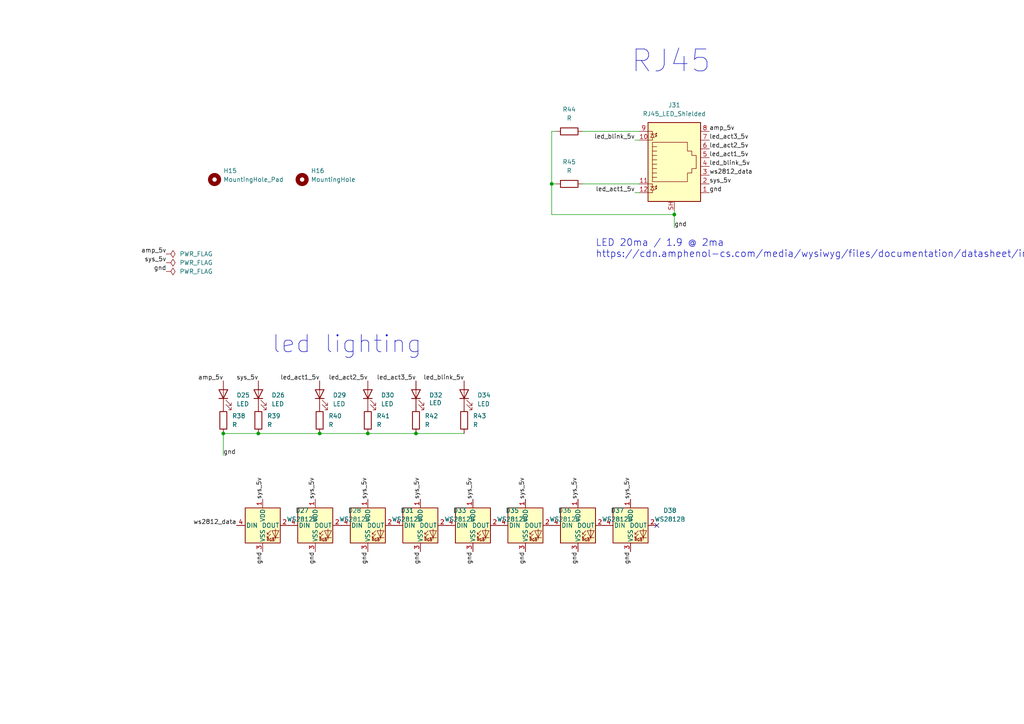
<source format=kicad_sch>
(kicad_sch (version 20211123) (generator eeschema)
  (paper "A4")
  (lib_symbols
    (symbol "Connector:RJ45_LED_Shielded" (pin_names (offset 1.016))
      (property "Reference" "J" (at -5.08 13.97 0))
      (property "Value" "RJ45_LED_Shielded" (at 1.27 13.97 0))
      (symbol "RJ45_LED_Shielded_0_1"
        (polyline (pts (xy -7.62 -7.62) (xy -6.35 -7.62)))
        (polyline (pts (xy -7.62 -5.08) (xy -6.35 -5.08)))
        (polyline (pts (xy -7.62 7.62) (xy -6.35 7.62)))
        (polyline (pts (xy -7.62 10.16) (xy -6.35 10.16)))
        (polyline (pts (xy -6.858 -5.842) (xy -5.842 -5.842)))
        (polyline (pts (xy -6.858 9.398) (xy -5.842 9.398)))
        (polyline (pts (xy -6.35 -7.62) (xy -6.35 -6.858)))
        (polyline (pts (xy -6.35 -5.08) (xy -6.35 -5.842)))
        (polyline (pts (xy -6.35 7.62) (xy -6.35 8.382)))
        (polyline (pts (xy -6.35 10.16) (xy -6.35 9.398)))
        (polyline (pts (xy -5.08 -6.223) (xy -5.207 -6.604)))
        (polyline (pts (xy -5.08 -5.588) (xy -5.207 -5.969)))
        (polyline (pts (xy -5.08 4.445) (xy -6.35 4.445)))
        (polyline (pts (xy -5.08 5.715) (xy -6.35 5.715)))
        (polyline (pts (xy -5.08 9.017) (xy -5.207 8.636)))
        (polyline (pts (xy -5.08 9.652) (xy -5.207 9.271)))
        (polyline (pts (xy -6.35 -3.175) (xy -5.08 -3.175) (xy -5.08 -3.175)))
        (polyline (pts (xy -6.35 -1.905) (xy -5.08 -1.905) (xy -5.08 -1.905)))
        (polyline (pts (xy -6.35 -0.635) (xy -5.08 -0.635) (xy -5.08 -0.635)))
        (polyline (pts (xy -6.35 0.635) (xy -5.08 0.635) (xy -5.08 0.635)))
        (polyline (pts (xy -6.35 1.905) (xy -5.08 1.905) (xy -5.08 1.905)))
        (polyline (pts (xy -5.588 -6.731) (xy -5.08 -6.223) (xy -5.461 -6.35)))
        (polyline (pts (xy -5.588 -6.096) (xy -5.08 -5.588) (xy -5.461 -5.715)))
        (polyline (pts (xy -5.588 8.509) (xy -5.08 9.017) (xy -5.461 8.89)))
        (polyline (pts (xy -5.588 9.144) (xy -5.08 9.652) (xy -5.461 9.525)))
        (polyline (pts (xy -5.08 3.175) (xy -6.35 3.175) (xy -6.35 3.175)))
        (polyline (pts (xy -6.35 -5.842) (xy -6.858 -6.858) (xy -5.842 -6.858) (xy -6.35 -5.842)))
        (polyline (pts (xy -6.35 9.398) (xy -6.858 8.382) (xy -5.842 8.382) (xy -6.35 9.398)))
        (polyline (pts (xy -6.35 -4.445) (xy -6.35 6.985) (xy 3.81 6.985) (xy 3.81 4.445) (xy 5.08 4.445) (xy 5.08 3.175) (xy 6.35 3.175) (xy 6.35 -0.635) (xy 5.08 -0.635) (xy 5.08 -1.905) (xy 3.81 -1.905) (xy 3.81 -4.445) (xy -6.35 -4.445) (xy -6.35 -4.445)))
        (rectangle (start 7.62 12.7) (end -7.62 -10.16) (stroke (width 0.254)) (fill (type background)))
      )
      (symbol "RJ45_LED_Shielded_1_1"
        (pin passive line (at 10.16 -7.62 180) (length 2.54) (name "~") (number "1"))
        (pin passive line (at -10.16 7.62 0) (length 2.54) (name "~") (number "10"))
        (pin passive line (at -10.16 -5.08 0) (length 2.54) (name "~") (number "11"))
        (pin passive line (at -10.16 -7.62 0) (length 2.54) (name "~") (number "12"))
        (pin passive line (at 10.16 -5.08 180) (length 2.54) (name "~") (number "2"))
        (pin passive line (at 10.16 -2.54 180) (length 2.54) (name "~") (number "3"))
        (pin passive line (at 10.16 0 180) (length 2.54) (name "~") (number "4"))
        (pin passive line (at 10.16 2.54 180) (length 2.54) (name "~") (number "5"))
        (pin passive line (at 10.16 5.08 180) (length 2.54) (name "~") (number "6"))
        (pin passive line (at 10.16 7.62 180) (length 2.54) (name "~") (number "7"))
        (pin passive line (at 10.16 10.16 180) (length 2.54) (name "~") (number "8"))
        (pin passive line (at -10.16 10.16 0) (length 2.54) (name "~") (number "9"))
        (pin passive line (at 0 -12.7 90) (length 2.54) (name "~") (number "SH"))
      )
    )
    (symbol "Device:LED" (pin_numbers hide) (pin_names (offset 1.016) hide)
      (property "Reference" "D" (at 0 2.54 0))
      (property "Value" "LED" (at 0 -2.54 0))
      (symbol "LED_0_1"
        (polyline (pts (xy -1.27 -1.27) (xy -1.27 1.27)) (stroke (width 0.254)))
        (polyline (pts (xy -1.27 0) (xy 1.27 0)))
        (polyline (pts (xy 1.27 -1.27) (xy 1.27 1.27) (xy -1.27 0) (xy 1.27 -1.27)) (stroke (width 0.254)))
        (polyline (pts (xy -3.048 -0.762) (xy -4.572 -2.286) (xy -3.81 -2.286) (xy -4.572 -2.286) (xy -4.572 -1.524)))
        (polyline (pts (xy -1.778 -0.762) (xy -3.302 -2.286) (xy -2.54 -2.286) (xy -3.302 -2.286) (xy -3.302 -1.524)))
      )
      (symbol "LED_1_1"
        (pin passive line (at -3.81 0 0) (length 2.54) (name "K") (number "1"))
        (pin passive line (at 3.81 0 180) (length 2.54) (name "A") (number "2"))
      )
    )
    (symbol "Device:R" (pin_numbers hide) (pin_names (offset 0))
      (property "Reference" "R" (at 2.032 0 90))
      (property "Value" "R" (at 0 0 90))
      (symbol "R_0_1"
        (rectangle (start -1.016 -2.54) (end 1.016 2.54) (stroke (width 0.254)))
      )
      (symbol "R_1_1"
        (pin passive line (at 0 3.81 270) (length 1.27) (name "~") (number "1"))
        (pin passive line (at 0 -3.81 90) (length 1.27) (name "~") (number "2"))
      )
    )
    (symbol "LED:WS2812B" (pin_names (offset 0.254))
      (property "Reference" "D" (at 5.08 5.715 0))
      (property "Value" "WS2812B" (at 1.27 -5.715 0))
      (symbol "WS2812B_0_0"
        (text "RGB" (at 2.286 -4.191 0) (effects (font (size 0.762 0.762))))
      )
      (symbol "WS2812B_0_1"
        (polyline (pts (xy 1.27 -3.556) (xy 1.778 -3.556)))
        (polyline (pts (xy 1.27 -2.54) (xy 1.778 -2.54)))
        (polyline (pts (xy 4.699 -3.556) (xy 2.667 -3.556)))
        (polyline (pts (xy 2.286 -2.54) (xy 1.27 -3.556) (xy 1.27 -3.048)))
        (polyline (pts (xy 2.286 -1.524) (xy 1.27 -2.54) (xy 1.27 -2.032)))
        (polyline (pts (xy 3.683 -1.016) (xy 3.683 -3.556) (xy 3.683 -4.064)))
        (polyline (pts (xy 4.699 -1.524) (xy 2.667 -1.524) (xy 3.683 -3.556) (xy 4.699 -1.524)))
        (rectangle (start 5.08 5.08) (end -5.08 -5.08) (stroke (width 0.254)) (fill (type background)))
      )
      (symbol "WS2812B_1_1"
        (pin power_in line (at 0 7.62 270) (length 2.54) (name "VDD") (number "1"))
        (pin output line (at 7.62 0 180) (length 2.54) (name "DOUT") (number "2"))
        (pin power_in line (at 0 -7.62 90) (length 2.54) (name "VSS") (number "3"))
        (pin input line (at -7.62 0 0) (length 2.54) (name "DIN") (number "4"))
      )
    )
    (symbol "Mechanical:MountingHole" (pin_names (offset 1.016))
      (property "Reference" "H" (at 0 5.08 0))
      (property "Value" "MountingHole" (at 0 3.175 0))
      (symbol "MountingHole_0_1"
        (circle (center 0 0) (radius 1.27) (stroke (width 1.27)))
      )
    )
    (symbol "power:PWR_FLAG" (power) (pin_numbers hide) (pin_names (offset 0) hide)
      (property "Value" "PWR_FLAG" (at 0 3.81 0))
      (symbol "PWR_FLAG_0_0"
        (pin power_out line (at 0 0 90) (length 0) (name "pwr") (number "1"))
      )
      (symbol "PWR_FLAG_0_1"
        (polyline (pts (xy 0 0) (xy 0 1.27) (xy -1.016 1.905) (xy 0 2.54) (xy 1.016 1.905) (xy 0 1.27)))
      )
    )
  )
  (junction (at 92.71 125.73))
  (junction (at 120.65 125.73))
  (junction (at 74.93 125.73))
  (junction (at 106.68 125.73))
  (junction (at 195.58 62.23))
  (junction (at 64.77 125.73))
  (junction (at 160.02 53.34))
  (no_connect (at 190.5 152.4))
  (wire (pts (xy 195.58 66.04) (xy 195.58 62.23)))
  (wire (pts (xy 160.02 62.23) (xy 195.58 62.23)))
  (wire (pts (xy 184.15 55.88) (xy 185.42 55.88)))
  (wire (pts (xy 160.02 53.34) (xy 161.29 53.34)))
  (wire (pts (xy 160.02 38.1) (xy 160.02 53.34)))
  (wire (pts (xy 120.65 125.73) (xy 134.62 125.73)))
  (wire (pts (xy 92.71 125.73) (xy 106.68 125.73)))
  (wire (pts (xy 74.93 125.73) (xy 64.77 125.73)))
  (wire (pts (xy 168.91 53.34) (xy 185.42 53.34)))
  (wire (pts (xy 195.58 62.23) (xy 195.58 60.96)))
  (wire (pts (xy 160.02 38.1) (xy 161.29 38.1)))
  (wire (pts (xy 106.68 125.73) (xy 120.65 125.73)))
  (wire (pts (xy 184.15 40.64) (xy 185.42 40.64)))
  (wire (pts (xy 64.77 125.73) (xy 64.77 132.08)))
  (wire (pts (xy 74.93 125.73) (xy 92.71 125.73)))
  (wire (pts (xy 168.91 38.1) (xy 185.42 38.1)))
  (wire (pts (xy 160.02 53.34) (xy 160.02 62.23)))
  (text "led lighting" (at 78.74 102.87 0) (effects (font (size 5 5)) (justify left bottom)))
  (text "RJ45" (at 182.88 21.59 0) (effects (font (size 6.35 6.35)) (justify left bottom)))
  (text "LED 20ma / 1.9 @ 2ma\nhttps://cdn.amphenol-cs.com/media/wysiwyg/files/documentation/datasheet/inputoutput/io-modjack-rjhse.pdf\n" (at 172.72 74.93 0) (effects (font (size 2 2)) (justify left bottom)))
  (label "ws2812_data" (at 205.74 50.8 0))
  (label "gnd" (at 137.16 160.02 270))
  (label "sys_5v" (at 106.68 144.78 90))
  (label "gnd" (at 195.58 66.04 0))
  (label "led_blink_5v" (at 205.74 48.26 0))
  (label "gnd" (at 91.44 160.02 270))
  (label "sys_5v" (at 205.74 53.34 0))
  (label "led_act3_5v" (at 120.65 110.49 180))
  (label "sys_5v" (at 182.88 144.78 90))
  (label "sys_5v" (at 152.4 144.78 90))
  (label "led_blink_5v" (at 134.62 110.49 180))
  (label "sys_5v" (at 48.26 76.2 180))
  (label "gnd" (at 205.74 55.88 0))
  (label "gnd" (at 152.4 160.02 270))
  (label "sys_5v" (at 137.16 144.78 90))
  (label "led_blink_5v" (at 184.15 40.64 180))
  (label "amp_5v" (at 205.74 38.1 0))
  (label "gnd" (at 121.92 160.02 270))
  (label "amp_5v" (at 64.77 110.49 180))
  (label "sys_5v" (at 74.93 110.49 180))
  (label "gnd" (at 167.64 160.02 270))
  (label "led_act1_5v" (at 184.15 55.88 180))
  (label "led_act3_5v" (at 205.74 40.64 0))
  (label "led_act1_5v" (at 205.74 45.72 0))
  (label "led_act2_5v" (at 205.74 43.18 0))
  (label "led_act2_5v" (at 106.68 110.49 180))
  (label "gnd" (at 106.68 160.02 270))
  (label "led_act1_5v" (at 92.71 110.49 180))
  (label "sys_5v" (at 76.2 144.78 90))
  (label "sys_5v" (at 167.64 144.78 90))
  (label "sys_5v" (at 121.92 144.78 90))
  (label "gnd" (at 48.26 78.74 180))
  (label "gnd" (at 64.77 132.08 0))
  (label "ws2812_data" (at 68.58 152.4 180))
  (label "sys_5v" (at 91.44 144.78 90))
  (label "gnd" (at 182.88 160.02 270))
  (label "amp_5v" (at 48.26 73.66 180))
  (label "gnd" (at 76.2 160.02 270))
  (symbol (lib_id "Device:LED") (at 92.71 114.3 90) (unit 1) (in_bom no)
    (property "Reference" "D29" (at 96.52 114.6174 90) (effects (justify right)))
    (property "Value" "LED" (at 96.52 117.1574 90) (effects (justify right)))
    (property "Footprint" "clarinoid2:LED_D5.0mm_withbottomtext" (effects hide))
  )
  (symbol (lib_id "Device:R") (at 64.77 121.92 0) (unit 1) (in_bom no)
    (property "Reference" "R38" (at 67.31 120.6499 0) (effects (justify left)))
    (property "Value" "R" (at 67.31 123.1899 0) (effects (justify left)))
    (property "Footprint" "Resistor_THT:R_Axial_DIN0207_L6.3mm_D2.5mm_P10.16mm_Horizontal" (effects hide))
  )
  (symbol (lib_id "power:PWR_FLAG") (at 48.26 73.66 270) (unit 1)
    (property "Reference" "#FLG0103" (effects hide))
    (property "Value" "PWR_FLAG" (at 52.07 73.6599 90) (effects (justify left)))
  )
  (symbol (lib_id "Device:LED") (at 64.77 114.3 90) (unit 1) (in_bom no)
    (property "Reference" "D25" (at 68.58 114.6174 90) (effects (justify right)))
    (property "Value" "LED" (at 68.58 117.1574 90) (effects (justify right)))
    (property "Footprint" "clarinoid2:LED_D5.0mm_withbottomtext" (effects hide))
  )
  (symbol (lib_id "LED:WS2812B") (at 76.2 152.4 0) (unit 1)
    (property "Reference" "D27" (at 87.63 148.0693 0))
    (property "Value" "WS2812B" (at 87.63 150.6093 0))
    (property "Footprint" "clarinoid2:LED_WS2812B-B Worldsemi" (effects hide))
    (property "Datasheet" "https://cdn-shop.adafruit.com/datasheets/WS2812B.pdf" (effects hide))
  )
  (symbol (lib_id "Device:R") (at 120.65 121.92 0) (unit 1) (in_bom no)
    (property "Reference" "R42" (at 123.19 120.6499 0) (effects (justify left)))
    (property "Value" "R" (at 123.19 123.1899 0) (effects (justify left)))
    (property "Footprint" "Resistor_THT:R_Axial_DIN0207_L6.3mm_D2.5mm_P10.16mm_Horizontal" (effects hide))
  )
  (symbol (lib_id "LED:WS2812B") (at 182.88 152.4 0) (unit 1)
    (property "Reference" "D38" (at 194.31 148.0693 0))
    (property "Value" "WS2812B" (at 194.31 150.6093 0))
    (property "Footprint" "clarinoid2:LED_WS2812B-B Worldsemi" (effects hide))
    (property "Datasheet" "https://cdn-shop.adafruit.com/datasheets/WS2812B.pdf" (effects hide))
  )
  (symbol (lib_id "power:PWR_FLAG") (at 48.26 78.74 270) (unit 1)
    (property "Reference" "#FLG0106" (effects hide))
    (property "Value" "PWR_FLAG" (at 52.07 78.7399 90) (effects (justify left)))
  )
  (symbol (lib_id "LED:WS2812B") (at 106.68 152.4 0) (unit 1)
    (property "Reference" "D31" (at 118.11 148.0693 0))
    (property "Value" "WS2812B" (at 118.11 150.6093 0))
    (property "Footprint" "clarinoid2:LED_WS2812B-B Worldsemi" (effects hide))
    (property "Datasheet" "https://cdn-shop.adafruit.com/datasheets/WS2812B.pdf" (effects hide))
  )
  (symbol (lib_id "Device:R") (at 74.93 121.92 0) (unit 1) (in_bom no)
    (property "Reference" "R39" (at 77.47 120.6499 0) (effects (justify left)))
    (property "Value" "R" (at 77.47 123.1899 0) (effects (justify left)))
    (property "Footprint" "Resistor_THT:R_Axial_DIN0207_L6.3mm_D2.5mm_P10.16mm_Horizontal" (effects hide))
  )
  (symbol (lib_id "LED:WS2812B") (at 137.16 152.4 0) (unit 1)
    (property "Reference" "D35" (at 148.59 148.0693 0))
    (property "Value" "WS2812B" (at 148.59 150.6093 0))
    (property "Footprint" "clarinoid2:LED_WS2812B-B Worldsemi" (effects hide))
    (property "Datasheet" "https://cdn-shop.adafruit.com/datasheets/WS2812B.pdf" (effects hide))
  )
  (symbol (lib_id "Device:LED") (at 120.65 114.3 90) (unit 1) (in_bom no)
    (property "Reference" "D32" (at 124.46 114.6174 90) (effects (justify right)))
    (property "Value" "LED" (at 124.46 116.84 90) (effects (justify right)))
    (property "Footprint" "clarinoid2:LED_D5.0mm_withbottomtext" (effects hide))
  )
  (symbol (lib_id "power:PWR_FLAG") (at 48.26 76.2 270) (unit 1)
    (property "Reference" "#FLG0104" (effects hide))
    (property "Value" "PWR_FLAG" (at 52.07 76.1999 90) (effects (justify left)))
  )
  (symbol (lib_id "Device:R") (at 92.71 121.92 0) (unit 1) (in_bom no)
    (property "Reference" "R40" (at 95.25 120.6499 0) (effects (justify left)))
    (property "Value" "R" (at 95.25 123.1899 0) (effects (justify left)))
    (property "Footprint" "Resistor_THT:R_Axial_DIN0207_L6.3mm_D2.5mm_P10.16mm_Horizontal" (effects hide))
  )
  (symbol (lib_id "Mechanical:MountingHole") (at 87.63 52.07 0) (unit 1)
    (property "Reference" "H16" (at 90.17 49.5299 0) (effects (justify left)))
    (property "Value" "MountingHole" (at 90.17 52.0699 0) (effects (justify left)))
    (property "Footprint" "MountingHole:MountingHole_3.2mm_M3" (effects hide))
  )
  (symbol (lib_id "Device:R") (at 165.1 38.1 90) (unit 1) (in_bom no)
    (property "Reference" "R44" (at 165.1 31.75 90))
    (property "Value" "R" (at 165.1 34.29 90))
    (property "Footprint" "Resistor_THT:R_Axial_DIN0207_L6.3mm_D2.5mm_P10.16mm_Horizontal" (effects hide))
  )
  (symbol (lib_id "Mechanical:MountingHole") (at 62.23 52.07 0) (unit 1)
    (property "Reference" "H15" (at 64.77 49.5299 0) (effects (justify left)))
    (property "Value" "MountingHole_Pad" (at 64.77 52.0699 0) (effects (justify left)))
    (property "Footprint" "MountingHole:MountingHole_3.2mm_M3" (effects hide))
  )
  (symbol (lib_id "Device:LED") (at 106.68 114.3 90) (unit 1) (in_bom no)
    (property "Reference" "D30" (at 110.49 114.6174 90) (effects (justify right)))
    (property "Value" "LED" (at 110.49 117.1574 90) (effects (justify right)))
    (property "Footprint" "clarinoid2:LED_D5.0mm_withbottomtext" (effects hide))
  )
  (symbol (lib_id "LED:WS2812B") (at 167.64 152.4 0) (unit 1)
    (property "Reference" "D37" (at 179.07 148.0693 0))
    (property "Value" "WS2812B" (at 179.07 150.6093 0))
    (property "Footprint" "clarinoid2:LED_WS2812B-B Worldsemi" (effects hide))
    (property "Datasheet" "https://cdn-shop.adafruit.com/datasheets/WS2812B.pdf" (effects hide))
  )
  (symbol (lib_id "Device:R") (at 134.62 121.92 0) (unit 1) (in_bom no)
    (property "Reference" "R43" (at 137.16 120.6499 0) (effects (justify left)))
    (property "Value" "R" (at 137.16 123.1899 0) (effects (justify left)))
    (property "Footprint" "Resistor_THT:R_Axial_DIN0207_L6.3mm_D2.5mm_P10.16mm_Horizontal" (effects hide))
  )
  (symbol (lib_id "LED:WS2812B") (at 91.44 152.4 0) (unit 1)
    (property "Reference" "D28" (at 102.87 148.0693 0))
    (property "Value" "WS2812B" (at 102.87 150.6093 0))
    (property "Footprint" "clarinoid2:LED_WS2812B-B Worldsemi" (effects hide))
    (property "Datasheet" "https://cdn-shop.adafruit.com/datasheets/WS2812B.pdf" (effects hide))
  )
  (symbol (lib_id "LED:WS2812B") (at 152.4 152.4 0) (unit 1)
    (property "Reference" "D36" (at 163.83 148.0693 0))
    (property "Value" "WS2812B" (at 163.83 150.6093 0))
    (property "Footprint" "clarinoid2:LED_WS2812B-B Worldsemi" (effects hide))
    (property "Datasheet" "https://cdn-shop.adafruit.com/datasheets/WS2812B.pdf" (effects hide))
  )
  (symbol (lib_id "Device:LED") (at 74.93 114.3 90) (unit 1) (in_bom no)
    (property "Reference" "D26" (at 78.74 114.6174 90) (effects (justify right)))
    (property "Value" "LED" (at 78.74 117.1574 90) (effects (justify right)))
    (property "Footprint" "clarinoid2:LED_D5.0mm_withbottomtext" (effects hide))
  )
  (symbol (lib_id "LED:WS2812B") (at 121.92 152.4 0) (unit 1)
    (property "Reference" "D33" (at 133.35 148.0693 0))
    (property "Value" "WS2812B" (at 133.35 150.6093 0))
    (property "Footprint" "clarinoid2:LED_WS2812B-B Worldsemi" (effects hide))
    (property "Datasheet" "https://cdn-shop.adafruit.com/datasheets/WS2812B.pdf" (effects hide))
  )
  (symbol (lib_id "Device:R") (at 106.68 121.92 0) (unit 1) (in_bom no)
    (property "Reference" "R41" (at 109.22 120.6499 0) (effects (justify left)))
    (property "Value" "R" (at 109.22 123.1899 0) (effects (justify left)))
    (property "Footprint" "Resistor_THT:R_Axial_DIN0207_L6.3mm_D2.5mm_P10.16mm_Horizontal" (effects hide))
  )
  (symbol (lib_id "Device:LED") (at 134.62 114.3 90) (unit 1) (in_bom no)
    (property "Reference" "D34" (at 138.43 114.6174 90) (effects (justify right)))
    (property "Value" "LED" (at 138.43 117.1574 90) (effects (justify right)))
    (property "Footprint" "clarinoid2:LED_D5.0mm_withbottomtext" (effects hide))
  )
  (symbol (lib_id "Device:R") (at 165.1 53.34 90) (unit 1) (in_bom no)
    (property "Reference" "R45" (at 165.1 46.99 90))
    (property "Value" "R" (at 165.1 49.53 90))
    (property "Footprint" "Resistor_THT:R_Axial_DIN0207_L6.3mm_D2.5mm_P10.16mm_Horizontal" (effects hide))
  )
  (symbol (lib_id "Connector:RJ45_LED_Shielded") (at 195.58 48.26 0) (unit 1)
    (property "Reference" "J31" (at 195.58 30.48 0))
    (property "Value" "RJ45_LED_Shielded" (at 195.58 33.02 0))
    (property "Footprint" "Connector_RJ:RJ45_Amphenol_RJHSE538X" (effects hide))
  )
)
</source>
